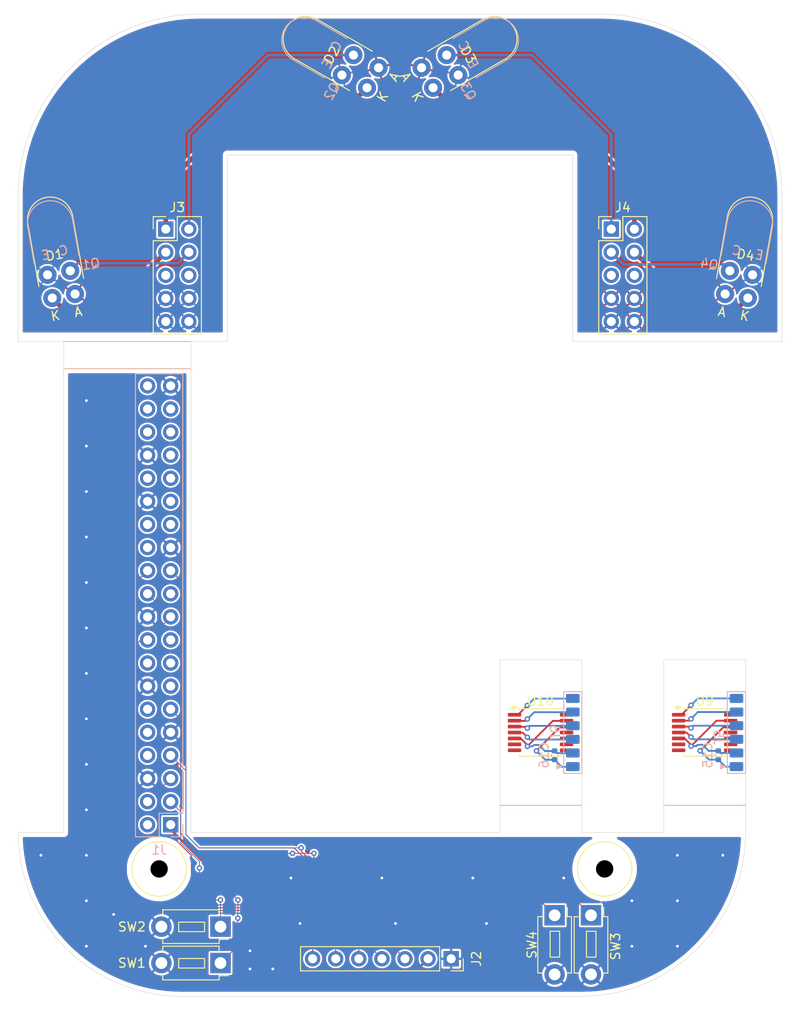
<source format=kicad_pcb>
(kicad_pcb (version 20241229) (generator "pcbnew") (generator_version "9.0")
  (layers (0 "F.Cu" signal) (2 "B.Cu" signal) (13 "F.Paste" user) (15 "B.Paste" user) (5 "F.SilkS" user "F.Silkscreen") (7 "B.SilkS" user "B.Silkscreen") (1 "F.Mask" user) (3 "B.Mask" user) (25 "Edge.Cuts" user))
  (net 0 "")
  (net 1 "/RS_PHTR")
  (net 2 "/SEN_3V3")
  (net 3 "/RF_PHTR")
  (net 4 "/LF_PHTR")
  (net 5 "/LS_PHTR")
  (net 6 "/RS_LED")
  (net 7 "/SEN_5V")
  (net 8 "/RF_LED")
  (net 9 "/LF_LED")
  (net 10 "/LS_LED")
  (net 13 "+3.3V")
  (net 17 "/MOSI")
  (net 23 "GND")
  (net 25 "/RES")
  (net 27 "/SCLK")
  (net 31 "/CS")
  (net 33 "/BTN_DOWN")
  (net 34 "/DC")
  (net 35 "/BTN_RIGHT")
  (net 36 "/BTN_LEFT")
  (net 40 "/BTN_UP")
  (net 46 "Net-(J5-Pin_2)")
  (net 47 "Net-(J5-Pin_3)")
  (net 48 "Net-(J5-Pin_4)")
  (net 51 "Net-(J5-Pin_5)")
  (net 52 "Net-(J5-Pin_6)")
  (net 54 "Net-(J5-Pin_1)")
  (net 59 "Net-(J6-Pin_2)")
  (net 61 "Net-(J6-Pin_5)")
  (net 64 "Net-(J6-Pin_3)")
  (net 67 "Net-(J6-Pin_6)")
  (net 69 "Net-(J6-Pin_4)")
  (net 71 "Net-(J6-Pin_1)")
  (footprint "Connector_PinSocket_2.54mm:PinSocket_1x07_P2.54mm_Vertical" (layer "F.Cu") (at 227.619999 138.878631 -90)
    (property "Reference" "J2" (at 0 -2.77 90) (layer "F.SilkS"))
    (property "Value" "~")
    (pad "1" thru_hole rect (at 0 0 270) (size 1.7 1.7) (drill 1) (layers "*.Cu" "*.Mask") (net 23 "GND"))
    (pad "2" thru_hole circle (at 0 2.54 270) (size 1.7 1.7) (drill 1) (layers "*.Cu" "*.Mask") (net 13 "+3.3V"))
    (pad "3" thru_hole circle (at 0 5.08 270) (size 1.7 1.7) (drill 1) (layers "*.Cu" "*.Mask") (net 27 "/SCLK"))
    (pad "4" thru_hole circle (at 0 7.62 270) (size 1.7 1.7) (drill 1) (layers "*.Cu" "*.Mask") (net 17 "/MOSI"))
    (pad "5" thru_hole circle (at 0 10.16 270) (size 1.7 1.7) (drill 1) (layers "*.Cu" "*.Mask") (net 25 "/RES"))
    (pad "6" thru_hole circle (at 0 12.7 270) (size 1.7 1.7) (drill 1) (layers "*.Cu" "*.Mask") (net 34 "/DC"))
    (pad "7" thru_hole circle (at 0 15.24 270) (size 1.7 1.7) (drill 1) (layers "*.Cu" "*.Mask") (net 31 "/CS"))
  )
  (footprint "Library:M2.6 Mounting Hole" (layer "F.Cu") (at 195.499999 129.000001)
    (property "Reference" "H2" (hide yes))
    (property "Value" "MountingHole" (hide yes))
    (pad "" np_thru_hole circle (at 0 0) (size 1.905 1.905) (drill 2.8) (layers "*.Mask"))
  )
  (footprint "Connector_PinHeader_2.54mm:PinHeader_2x05_P2.54mm_Vertical" (layer "F.Cu") (at 245.23 58.645)
    (property "Reference" "J4" (at 1.27 -2.38 0) (layer "F.SilkS"))
    (property "Value" "2.54mm PinHeader")
    (pad "1" thru_hole rect (at 0 0) (size 1.7 1.7) (drill 1) (layers "*.Cu" "*.Mask") (net 1 "/RS_PHTR"))
    (pad "2" thru_hole circle (at 2.54 0) (size 1.7 1.7) (drill 1) (layers "*.Cu" "*.Mask") (net 6 "/RS_LED"))
    (pad "3" thru_hole circle (at 0 2.54) (size 1.7 1.7) (drill 1) (layers "*.Cu" "*.Mask") (net 3 "/RF_PHTR"))
    (pad "4" thru_hole circle (at 2.54 2.54) (size 1.7 1.7) (drill 1) (layers "*.Cu" "*.Mask") (net 8 "/RF_LED"))
    (pad "5" thru_hole circle (at 0 5.08) (size 1.7 1.7) (drill 1) (layers "*.Cu" "*.Mask"))
    (pad "6" thru_hole circle (at 2.54 5.08) (size 1.7 1.7) (drill 1) (layers "*.Cu" "*.Mask"))
    (pad "7" thru_hole circle (at 0 7.62) (size 1.7 1.7) (drill 1) (layers "*.Cu" "*.Mask") (net 7 "/SEN_5V"))
    (pad "8" thru_hole circle (at 2.54 7.62) (size 1.7 1.7) (drill 1) (layers "*.Cu" "*.Mask") (net 7 "/SEN_5V"))
    (pad "9" thru_hole circle (at 0 10.16) (size 1.7 1.7) (drill 1) (layers "*.Cu" "*.Mask") (net 7 "/SEN_5V"))
    (pad "10" thru_hole circle (at 2.54 10.16) (size 1.7 1.7) (drill 1) (layers "*.Cu" "*.Mask") (net 7 "/SEN_5V"))
  )
  (footprint "MountingHole:MountingHole_2.2mm_M2" (layer "F.Cu") (at 255.5 108 180)
    (property "Reference" "H4" (hide yes))
    (property "Value" "M2 mounting hole")
    (pad "" np_thru_hole circle (at 0 0 180) (size 2.2 2.2) (drill 2.2) (layers "*.Cu" "*.Mask"))
  )
  (footprint "Button_Switch_THT:SW_PUSH_1P1T_6x3.5mm_H4.3_APEM_MJTP1243" (layer "F.Cu") (at 239 134.100001 -90)
    (property "Reference" "SW4" (at 3.25 2.5 90) (layer "F.SilkS"))
    (property "Value" "TVBP06-B043CB-B")
    (pad "1" thru_hole rect (at 0 0) (size 2.25 2.25) (drill 1.3) (layers "*.Cu" "*.Mask") (net 36 "/BTN_LEFT"))
    (pad "2" thru_hole circle (at 6.5 0) (size 2.25 2.25) (drill 1.3) (layers "*.Cu" "*.Mask") (net 23 "GND"))
  )
  (footprint "Package_SO:TSSOP-14_4.4x5mm_P0.65mm" (layer "F.Cu") (at 255.5 114)
    (property "Reference" "U9" (at 0 -3.45 0) (layer "F.SilkS"))
    (property "Value" "AS5047D")
    (pad "1" smd roundrect (at -2.8625 -1.95) (size 1.475 0.4) (layers "F.Cu" "F.Mask" "F.Paste") (net 52 "Net-(J5-Pin_6)"))
    (pad "2" smd roundrect (at -2.8625 -1.3) (size 1.475 0.4) (layers "F.Cu" "F.Mask" "F.Paste") (net 51 "Net-(J5-Pin_5)"))
    (pad "3" smd roundrect (at -2.8625 -0.65) (size 1.475 0.4) (layers "F.Cu" "F.Mask" "F.Paste") (net 48 "Net-(J5-Pin_4)"))
    (pad "4" smd roundrect (at -2.8625 0) (size 1.475 0.4) (layers "F.Cu" "F.Mask" "F.Paste") (net 47 "Net-(J5-Pin_3)"))
    (pad "5" smd roundrect (at -2.8625 0.65) (size 1.475 0.4) (layers "F.Cu" "F.Mask" "F.Paste") (net 46 "Net-(J5-Pin_2)"))
    (pad "6" smd roundrect (at -2.8625 1.3) (size 1.475 0.4) (layers "F.Cu" "F.Mask" "F.Paste"))
    (pad "7" smd roundrect (at -2.8625 1.95) (size 1.475 0.4) (layers "F.Cu" "F.Mask" "F.Paste"))
    (pad "8" smd roundrect (at 2.8625 1.95) (size 1.475 0.4) (layers "F.Cu" "F.Mask" "F.Paste"))
    (pad "9" smd roundrect (at 2.8625 1.3) (size 1.475 0.4) (layers "F.Cu" "F.Mask" "F.Paste"))
    (pad "10" smd roundrect (at 2.8625 0.65) (size 1.475 0.4) (layers "F.Cu" "F.Mask" "F.Paste"))
    (pad "11" smd roundrect (at 2.8625 0) (size 1.475 0.4) (layers "F.Cu" "F.Mask" "F.Paste"))
    (pad "12" smd roundrect (at 2.8625 -0.65) (size 1.475 0.4) (layers "F.Cu" "F.Mask" "F.Paste") (net 54 "Net-(J5-Pin_1)"))
    (pad "13" smd roundrect (at 2.8625 -1.3) (size 1.475 0.4) (layers "F.Cu" "F.Mask" "F.Paste") (net 46 "Net-(J5-Pin_2)"))
    (pad "14" smd roundrect (at 2.8625 -1.95) (size 1.475 0.4) (layers "F.Cu" "F.Mask" "F.Paste"))
  )
  (footprint "Library:SFH4550" (layer "F.Cu") (at 219 42 60)
    (property "Reference" "D2" (at -0.084936 -5.147113 60) (layer "F.SilkS"))
    (property "Value" "SFH4550")
    (fp_text user "A" (at 1.27 2 60) (layer "F.SilkS"))
    (fp_text user "K" (at -1.27 2 60) (layer "F.SilkS"))
    (pad "1" thru_hole circle (at -1.27 0 60) (size 2 2) (drill 1) (layers "*.Cu" "*.Mask") (net 10 "/LS_LED"))
    (pad "2" thru_hole circle (at 1.27 0 60) (size 2 2) (drill 1) (layers "*.Cu" "*.Mask") (net 7 "/SEN_5V"))
  )
  (footprint "MountingHole:MountingHole_2.2mm_M2" (layer "F.Cu") (at 237.5 120 180)
    (property "Reference" "H5" (hide yes))
    (property "Value" "M2 mounting hole")
    (pad "" np_thru_hole circle (at 0 0 180) (size 2.2 2.2) (drill 2.2) (layers "*.Cu" "*.Mask"))
  )
  (footprint "Button_Switch_THT:SW_PUSH_1P1T_6x3.5mm_H4.3_APEM_MJTP1243" (layer "F.Cu") (at 202.25 135.350001 180)
    (property "Reference" "SW2" (at 9.75 -0.025 0) (layer "F.SilkS"))
    (property "Value" "TVBP06-B043CB-B")
    (pad "1" thru_hole rect (at 0 0 270) (size 2.25 2.25) (drill 1.3) (layers "*.Cu" "*.Mask") (net 40 "/BTN_UP"))
    (pad "2" thru_hole circle (at 6.5 0 270) (size 2.25 2.25) (drill 1.3) (layers "*.Cu" "*.Mask") (net 23 "GND"))
  )
  (footprint "Button_Switch_THT:SW_PUSH_1P1T_6x3.5mm_H4.3_APEM_MJTP1243" (layer "F.Cu") (at 202.25 139.350001 180)
    (property "Reference" "SW1" (at 9.75 0 0) (layer "F.SilkS"))
    (property "Value" "TVBP06-B043CB-B")
    (pad "1" thru_hole rect (at 0 0 270) (size 2.25 2.25) (drill 1.3) (layers "*.Cu" "*.Mask") (net 33 "/BTN_DOWN"))
    (pad "2" thru_hole circle (at 6.5 0 270) (size 2.25 2.25) (drill 1.3) (layers "*.Cu" "*.Mask") (net 23 "GND"))
  )
  (footprint "Library:SFH4550" (layer "F.Cu") (at 185 66 10)
    (property "Reference" "D1" (at -0.203391 -4.605283 10) (layer "F.SilkS"))
    (property "Value" "SFH4550")
    (fp_text user "K" (at -1.27 2 10) (layer "F.SilkS"))
    (fp_text user "A" (at 1.27 2 10) (layer "F.SilkS"))
    (pad "1" thru_hole circle (at -1.27 0 10) (size 2 2) (drill 1) (layers "*.Cu" "*.Mask") (net 9 "/LF_LED"))
    (pad "2" thru_hole circle (at 1.27 0 10) (size 2 2) (drill 1) (layers "*.Cu" "*.Mask") (net 7 "/SEN_5V"))
  )
  (footprint "Library:SFH4550_Mirror" (layer "F.Cu") (at 225 42 -60)
    (property "Reference" "D3" (at 0.084936 -5.147113 300) (layer "F.SilkS"))
    (property "Value" "SFH4550")
    (fp_text user "K" (at 1.27 2 300) (layer "F.SilkS"))
    (fp_text user "A" (at -1.27 2 300) (layer "F.SilkS"))
    (pad "1" thru_hole circle (at 1.27 0 300) (size 2 2) (drill 1) (layers "*.Cu" "*.Mask") (net 6 "/RS_LED"))
    (pad "2" thru_hole circle (at -1.27 0 300) (size 2 2) (drill 1) (layers "*.Cu" "*.Mask") (net 7 "/SEN_5V"))
  )
  (footprint "Library:M2.6 Mounting Hole" (layer "F.Cu") (at 244.499999 129.000001)
    (property "Reference" "H1" (hide yes))
    (property "Value" "MountingHole" (hide yes))
    (pad "" np_thru_hole circle (at 0 0) (size 1.905 1.905) (drill 2.8) (layers "*.Mask"))
  )
  (footprint "Connector_PinHeader_2.54mm:PinHeader_2x05_P2.54mm_Vertical" (layer "F.Cu") (at 196.23 58.645)
    (property "Reference" "J3" (at 1.27 -2.38 0) (layer "F.SilkS"))
    (property "Value" "2.54mm PinHeader")
    (pad "1" thru_hole rect (at 0 0) (size 1.7 1.7) (drill 1) (layers "*.Cu" "*.Mask") (net 10 "/LS_LED"))
    (pad "2" thru_hole circle (at 2.54 0) (size 1.7 1.7) (drill 1) (layers "*.Cu" "*.Mask") (net 5 "/LS_PHTR"))
    (pad "3" thru_hole circle (at 0 2.54) (size 1.7 1.7) (drill 1) (layers "*.Cu" "*.Mask") (net 9 "/LF_LED"))
    (pad "4" thru_hole circle (at 2.54 2.54) (size 1.7 1.7) (drill 1) (layers "*.Cu" "*.Mask") (net 4 "/LF_PHTR"))
    (pad "5" thru_hole circle (at 0 5.08) (size 1.7 1.7) (drill 1) (layers "*.Cu" "*.Mask"))
    (pad "6" thru_hole circle (at 2.54 5.08) (size 1.7 1.7) (drill 1) (layers "*.Cu" "*.Mask"))
    (pad "7" thru_hole circle (at 0 7.62) (size 1.7 1.7) (drill 1) (layers "*.Cu" "*.Mask") (net 2 "/SEN_3V3"))
    (pad "8" thru_hole circle (at 2.54 7.62) (size 1.7 1.7) (drill 1) (layers "*.Cu" "*.Mask") (net 2 "/SEN_3V3"))
    (pad "9" thru_hole circle (at 0 10.16) (size 1.7 1.7) (drill 1) (layers "*.Cu" "*.Mask") (net 2 "/SEN_3V3"))
    (pad "10" thru_hole circle (at 2.54 10.16) (size 1.7 1.7) (drill 1) (layers "*.Cu" "*.Mask") (net 2 "/SEN_3V3"))
  )
  (footprint "Package_SO:TSSOP-14_4.4x5mm_P0.65mm" (layer "F.Cu") (at 237.45 114)
    (property "Reference" "U10" (at 0 -3.45 0) (layer "F.SilkS"))
    (property "Value" "AS5047D")
    (pad "1" smd roundrect (at -2.8625 -1.95) (size 1.475 0.4) (layers "F.Cu" "F.Mask" "F.Paste") (net 67 "Net-(J6-Pin_6)"))
    (pad "2" smd roundrect (at -2.8625 -1.3) (size 1.475 0.4) (layers "F.Cu" "F.Mask" "F.Paste") (net 61 "Net-(J6-Pin_5)"))
    (pad "3" smd roundrect (at -2.8625 -0.65) (size 1.475 0.4) (layers "F.Cu" "F.Mask" "F.Paste") (net 69 "Net-(J6-Pin_4)"))
    (pad "4" smd roundrect (at -2.8625 0) (size 1.475 0.4) (layers "F.Cu" "F.Mask" "F.Paste") (net 64 "Net-(J6-Pin_3)"))
    (pad "5" smd roundrect (at -2.8625 0.65) (size 1.475 0.4) (layers "F.Cu" "F.Mask" "F.Paste") (net 59 "Net-(J6-Pin_2)"))
    (pad "6" smd roundrect (at -2.8625 1.3) (size 1.475 0.4) (layers "F.Cu" "F.Mask" "F.Paste"))
    (pad "7" smd roundrect (at -2.8625 1.95) (size 1.475 0.4) (layers "F.Cu" "F.Mask" "F.Paste"))
    (pad "8" smd roundrect (at 2.8625 1.95) (size 1.475 0.4) (layers "F.Cu" "F.Mask" "F.Paste"))
    (pad "9" smd roundrect (at 2.8625 1.3) (size 1.475 0.4) (layers "F.Cu" "F.Mask" "F.Paste"))
    (pad "10" smd roundrect (at 2.8625 0.65) (size 1.475 0.4) (layers "F.Cu" "F.Mask" "F.Paste"))
    (pad "11" smd roundrect (at 2.8625 0) (size 1.475 0.4) (layers "F.Cu" "F.Mask" "F.Paste"))
    (pad "12" smd roundrect (at 2.8625 -0.65) (size 1.475 0.4) (layers "F.Cu" "F.Mask" "F.Paste") (net 71 "Net-(J6-Pin_1)"))
    (pad "13" smd roundrect (at 2.8625 -1.3) (size 1.475 0.4) (layers "F.Cu" "F.Mask" "F.Paste") (net 59 "Net-(J6-Pin_2)"))
    (pad "14" smd roundrect (at 2.8625 -1.95) (size 1.475 0.4) (layers "F.Cu" "F.Mask" "F.Paste"))
  )
  (footprint "MountingHole:MountingHole_2.2mm_M2" (layer "F.Cu") (at 255.5 120 180)
    (property "Reference" "H3" (hide yes))
    (property "Value" "M2 mounting hole")
    (pad "" np_thru_hole circle (at 0 0 180) (size 2.2 2.2) (drill 2.2) (layers "*.Cu" "*.Mask"))
  )
  (footprint "MountingHole:MountingHole_2.2mm_M2" (layer "F.Cu") (at 237.5 108 180)
    (property "Reference" "H6" (hide yes))
    (property "Value" "M2 mounting hole")
    (pad "" np_thru_hole circle (at 0 0 180) (size 2.2 2.2) (drill 2.2) (layers "*.Cu" "*.Mask"))
  )
  (footprint "Library:SFH4550_Mirror" (layer "F.Cu") (at 259 66 -10)
    (property "Reference" "D4" (at 0.203391 -4.605283 350) (layer "F.SilkS"))
    (property "Value" "SFH4550")
    (fp_text user "A" (at -1.27 2 350) (layer "F.SilkS"))
    (fp_text user "K" (at 1.27 2 350) (layer "F.SilkS"))
    (pad "1" thru_hole circle (at 1.27 0 350) (size 2 2) (drill 1) (layers "*.Cu" "*.Mask") (net 8 "/RF_LED"))
    (pad "2" thru_hole circle (at -1.27 0 350) (size 2 2) (drill 1) (layers "*.Cu" "*.Mask") (net 7 "/SEN_5V"))
  )
  (footprint "Button_Switch_THT:SW_PUSH_1P1T_6x3.5mm_H4.3_APEM_MJTP1243" (layer "F.Cu") (at 243 134.100001 -90)
    (property "Reference" "SW3" (at 3.42 -2.7 90) (layer "F.SilkS"))
    (property "Value" "TVBP06-B043CB-B")
    (pad "1" thru_hole rect (at 0 0) (size 2.25 2.25) (drill 1.3) (layers "*.Cu" "*.Mask") (net 35 "/BTN_RIGHT"))
    (pad "2" thru_hole circle (at 6.5 0) (size 2.25 2.25) (drill 1.3) (layers "*.Cu" "*.Mask") (net 23 "GND"))
  )
  (footprint "Capacitor_SMD:C_0402_1005Metric" (layer "B.Cu") (at 257 116.5 -90)
    (property "Reference" "C15" (at 0 1.16 90) (layer "B.SilkS") (effects (justify mirror)))
    (property "Value" "CC0603KRX7R9BB104")
    (pad "1" smd roundrect (at -0.48 0 270) (size 0.56 0.62) (layers "B.Cu" "B.Mask" "B.Paste") (net 46 "Net-(J5-Pin_2)"))
    (pad "2" smd roundrect (at 0.48 0 270) (size 0.56 0.62) (layers "B.Cu" "B.Mask" "B.Paste") (net 54 "Net-(J5-Pin_1)"))
  )
  (footprint "Library:EncoderPad" (layer "B.Cu") (at 241 114 90)
    (property "Reference" "J6" (at 0 -2 270) (layer "B.SilkS") (effects (justify mirror)))
    (property "Value" "EncSide")
    (pad "1" smd roundrect (at -3.75 0 90) (size 1 1.5) (layers "B.Cu" "B.Mask" "B.Paste") (roundrect_rratio 0.15) (net 71 "Net-(J6-Pin_1)"))
    (pad "2" smd roundrect (at -2.25 0 90) (size 1 1.5) (layers "B.Cu" "B.Mask" "B.Paste") (roundrect_rratio 0.15) (net 59 "Net-(J6-Pin_2)"))
    (pad "3" smd roundrect (at -0.75 0 90) (size 1 1.5) (layers "B.Cu" "B.Mask" "B.Paste") (roundrect_rratio 0.15) (net 64 "Net-(J6-Pin_3)"))
    (pad "4" smd roundrect (at 0.75 0 90) (size 1 1.5) (layers "B.Cu" "B.Mask" "B.Paste") (roundrect_rratio 0.15) (net 69 "Net-(J6-Pin_4)"))
    (pad "5" smd roundrect (at 2.25 0 90) (size 1 1.5) (layers "B.Cu" "B.Mask" "B.Paste") (roundrect_rratio 0.15) (net 61 "Net-(J6-Pin_5)"))
    (pad "6" smd roundrect (at 3.75 0 90) (size 1 1.5) (layers "B.Cu" "B.Mask" "B.Paste") (roundrect_rratio 0.15) (net 67 "Net-(J6-Pin_6)"))
  )
  (footprint "Library:ST-1KL3A_Mirror" (layer "B.Cu") (at 259 66.405 170)
    (property "Reference" "Q4" (at 3.632519 3.32473 350) (layer "B.SilkS") (effects (justify mirror)))
    (property "Value" "ST-1KL3A")
    (fp_text user "C" (at 0.938568 5.322886 350) (layer "B.SilkS") (effects (justify mirror)))
    (fp_text user "E" (at -1.610275 5.264602 350) (layer "B.SilkS") (effects (justify mirror)))
    (pad "1" thru_hole circle (at 1.27 3 170) (size 2 2) (drill 1) (layers "*.Cu" "*.Mask") (net 3 "/RF_PHTR"))
    (pad "2" thru_hole circle (at -1.27 3 170) (size 2 2) (drill 1) (layers "*.Cu" "*.Mask") (net 2 "/SEN_3V3"))
  )
  (footprint "Connector_PinSocket_2.54mm:PinSocket_2x20_P2.54mm_Vertical" (layer "B.Cu") (at 196.769999 124.140001)
    (property "Reference" "J1" (at -1.27 2.77 0) (layer "B.SilkS") (effects (justify mirror)))
    (property "Value" "Raspberry_Pi_5")
    (pad "1" thru_hole rect (at 0 0) (size 1.7 1.7) (drill 1) (layers "*.Cu" "*.Mask") (net 13 "+3.3V"))
    (pad "2" thru_hole circle (at -2.54 0) (size 1.7 1.7) (drill 1) (layers "*.Cu" "*.Mask"))
    (pad "3" thru_hole circle (at 0 -2.54) (size 1.7 1.7) (drill 1) (layers "*.Cu" "*.Mask") (net 33 "/BTN_DOWN"))
    (pad "4" thru_hole circle (at -2.54 -2.54) (size 1.7 1.7) (drill 1) (layers "*.Cu" "*.Mask"))
    (pad "5" thru_hole circle (at 0 -5.08) (size 1.7 1.7) (drill 1) (layers "*.Cu" "*.Mask") (net 40 "/BTN_UP"))
    (pad "6" thru_hole circle (at -2.54 -5.08) (size 1.7 1.7) (drill 1) (layers "*.Cu" "*.Mask") (net 23 "GND"))
    (pad "7" thru_hole circle (at 0 -7.62) (size 1.7 1.7) (drill 1) (layers "*.Cu" "*.Mask") (net 36 "/BTN_LEFT"))
    (pad "8" thru_hole circle (at -2.54 -7.62) (size 1.7 1.7) (drill 1) (layers "*.Cu" "*.Mask"))
    (pad "9" thru_hole circle (at 0 -10.16) (size 1.7 1.7) (drill 1) (layers "*.Cu" "*.Mask") (net 23 "GND"))
    (pad "10" thru_hole circle (at -2.54 -10.16) (size 1.7 1.7) (drill 1) (layers "*.Cu" "*.Mask"))
    (pad "11" thru_hole circle (at 0 -12.7) (size 1.7 1.7) (drill 1) (layers "*.Cu" "*.Mask") (net 35 "/BTN_RIGHT"))
    (pad "12" thru_hole circle (at -2.54 -12.7) (size 1.7 1.7) (drill 1) (layers "*.Cu" "*.Mask"))
    (pad "13" thru_hole circle (at 0 -15.24) (size 1.7 1.7) (drill 1) (layers "*.Cu" "*.Mask"))
    (pad "14" thru_hole circle (at -2.54 -15.24) (size 1.7 1.7) (drill 1) (layers "*.Cu" "*.Mask") (net 23 "GND"))
    (pad "15" thru_hole circle (at 0 -17.78) (size 1.7 1.7) (drill 1) (layers "*.Cu" "*.Mask"))
    (pad "16" thru_hole circle (at -2.54 -17.78) (size 1.7 1.7) (drill 1) (layers "*.Cu" "*.Mask"))
    (pad "17" thru_hole circle (at 0 -20.32) (size 1.7 1.7) (drill 1) (layers "*.Cu" "*.Mask"))
    (pad "18" thru_hole circle (at -2.54 -20.32) (size 1.7 1.7) (drill 1) (layers "*.Cu" "*.Mask") (net 34 "/DC"))
    (pad "19" thru_hole circle (at 0 -22.86) (size 1.7 1.7) (drill 1) (layers "*.Cu" "*.Mask") (net 17 "/MOSI"))
    (pad "20" thru_hole circle (at -2.54 -22.86) (size 1.7 1.7) (drill 1) (layers "*.Cu" "*.Mask") (net 23 "GND"))
    (pad "21" thru_hole circle (at 0 -25.4) (size 1.7 1.7) (drill 1) (layers "*.Cu" "*.Mask"))
    (pad "22" thru_hole circle (at -2.54 -25.4) (size 1.7 1.7) (drill 1) (layers "*.Cu" "*.Mask") (net 25 "/RES"))
    (pad "23" thru_hole circle (at 0 -27.94) (size 1.7 1.7) (drill 1) (layers "*.Cu" "*.Mask") (net 27 "/SCLK"))
    (pad "24" thru_hole circle (at -2.54 -27.94) (size 1.7 1.7) (drill 1) (layers "*.Cu" "*.Mask") (net 31 "/CS"))
    (pad "25" thru_hole circle (at 0 -30.48) (size 1.7 1.7) (drill 1) (layers "*.Cu" "*.Mask") (net 23 "GND"))
    (pad "26" thru_hole circle (at -2.54 -30.48) (size 1.7 1.7) (drill 1) (layers "*.Cu" "*.Mask"))
    (pad "27" thru_hole circle (at 0 -33.02) (size 1.7 1.7) (drill 1) (layers "*.Cu" "*.Mask"))
    (pad "28" thru_hole circle (at -2.54 -33.02) (size 1.7 1.7) (drill 1) (layers "*.Cu" "*.Mask"))
    (pad "29" thru_hole circle (at 0 -35.56) (size 1.7 1.7) (drill 1) (layers "*.Cu" "*.Mask"))
    (pad "30" thru_hole circle (at -2.54 -35.56) (size 1.7 1.7) (drill 1) (layers "*.Cu" "*.Mask") (net 23 "GND"))
    (pad "31" thru_hole circle (at 0 -38.1) (size 1.7 1.7) (drill 1) (layers "*.Cu" "*.Mask"))
    (pad "32" thru_hole circle (at -2.54 -38.1) (size 1.7 1.7) (drill 1) (layers "*.Cu" "*.Mask"))
    (pad "33" thru_hole circle (at 0 -40.64) (size 1.7 1.7) (drill 1) (layers "*.Cu" "*.Mask"))
    (pad "34" thru_hole circle (at -2.54 -40.64) (size 1.7 1.7) (drill 1) (layers "*.Cu" "*.Mask") (net 23 "GND"))
    (pad "35" thru_hole circle (at 0 -43.18) (size 1.7 1.7) (drill 1) (layers "*.Cu" "*.Mask"))
    (pad "36" thru_hole circle (at -2.54 -43.18) (size 1.7 1.7) (drill 1) (layers "*.Cu" "*.Mask"))
    (pad "37" thru_hole circle (at 0 -45.72) (size 1.7 1.7) (drill 1) (layers "*.Cu" "*.Mask"))
    (pad "38" thru_hole circle (at -2.54 -45.72) (size 1.7 1.7) (drill 1) (layers "*.Cu" "*.Mask"))
    (pad "39" thru_hole circle (at 0 -48.26) (size 1.7 1.7) (drill 1) (layers "*.Cu" "*.Mask") (net 23 "GND"))
    (pad "40" thru_hole circle (at -2.54 -48.26) (size 1.7 1.7) (drill 1) (layers "*.Cu" "*.Mask"))
  )
  (footprint "Library:ST-1KL3A" (layer "B.Cu") (at 185 66.405 -170)
    (property "Reference" "Q1" (at -3.632519 3.32473 10) (layer "B.SilkS") (effects (justify mirror)))
    (property "Value" "ST-1KL3A")
    (fp_text user "E" (at 1.117871 5.177778 10) (layer "B.SilkS") (effects (justify mirror)))
    (fp_text user "C" (at -0.938568 5.322886 10) (layer "B.SilkS") (effects (justify mirror)))
    (pad "1" thru_hole circle (at -1.27 3 190) (size 2 2) (drill 1) (layers "*.Cu" "*.Mask") (net 4 "/LF_PHTR"))
    (pad "2" thru_hole circle (at 1.27 3 190) (size 2 2) (drill 1) (layers "*.Cu" "*.Mask") (net 2 "/SEN_3V3"))
  )
  (footprint "Library:ST-1KL3A" (layer "B.Cu") (at 218.835608 42.105074 -120)
    (property "Reference" "Q2" (at 3.375845 3.057284 60) (layer "B.SilkS") (effects (justify mirror)))
    (property "Value" "ST-1KL3A")
    (fp_text user "C" (at -1.204282 5.124271 60) (layer "B.SilkS") (effects (justify mirror)))
    (fp_text user "E" (at 1.027769 4.990296 60) (layer "B.SilkS") (effects (justify mirror)))
    (pad "1" thru_hole circle (at -1.27 3 240) (size 2 2) (drill 1) (layers "*.Cu" "*.Mask") (net 5 "/LS_PHTR"))
    (pad "2" thru_hole circle (at 1.27 3 240) (size 2 2) (drill 1) (layers "*.Cu" "*.Mask") (net 2 "/SEN_3V3"))
  )
  (footprint "Library:EncoderPad" (layer "B.Cu") (at 259 114 90)
    (property "Reference" "J5" (at -0.55 -2 270) (layer "B.SilkS") (effects (justify mirror)))
    (property "Value" "EncSide")
    (pad "1" smd roundrect (at -3.75 0 90) (size 1 1.5) (layers "B.Cu" "B.Mask" "B.Paste") (roundrect_rratio 0.15) (net 54 "Net-(J5-Pin_1)"))
    (pad "2" smd roundrect (at -2.25 0 90) (size 1 1.5) (layers "B.Cu" "B.Mask" "B.Paste") (roundrect_rratio 0.15) (net 46 "Net-(J5-Pin_2)"))
    (pad "3" smd roundrect (at -0.75 0 90) (size 1 1.5) (layers "B.Cu" "B.Mask" "B.Paste") (roundrect_rratio 0.15) (net 47 "Net-(J5-Pin_3)"))
    (pad "4" smd roundrect (at 0.75 0 90) (size 1 1.5) (layers "B.Cu" "B.Mask" "B.Paste") (roundrect_rratio 0.15) (net 48 "Net-(J5-Pin_4)"))
    (pad "5" smd roundrect (at 2.25 0 90) (size 1 1.5) (layers "B.Cu" "B.Mask" "B.Paste") (roundrect_rratio 0.15) (net 51 "Net-(J5-Pin_5)"))
    (pad "6" smd roundrect (at 3.75 0 90) (size 1 1.5) (layers "B.Cu" "B.Mask" "B.Paste") (roundrect_rratio 0.15) (net 52 "Net-(J5-Pin_6)"))
  )
  (footprint "Library:ST-1KL3A_Mirror" (layer "B.Cu") (at 225.164392 42.105074 120)
    (property "Reference" "Q3" (at -3.375845 3.057284 300) (layer "B.SilkS") (effects (justify mirror)))
    (property "Value" "ST-1KL3A")
    (fp_text user "E" (at -1.027769 4.990296 300) (layer "B.SilkS") (effects (justify mirror)))
    (fp_text user "C" (at 1.204282 5.124271 300) (layer "B.SilkS") (effects (justify mirror)))
    (pad "1" thru_hole circle (at 1.27 3 120) (size 2 2) (drill 1) (layers "*.Cu" "*.Mask") (net 1 "/RS_PHTR"))
    (pad "2" thru_hole circle (at -1.27 3 120) (size 2 2) (drill 1) (layers "*.Cu" "*.Mask") (net 2 "/SEN_3V3"))
  )
  (footprint "Capacitor_SMD:C_0402_1005Metric" (layer "B.Cu") (at 239 116.5 -90)
    (property "Reference" "C16" (at 0 1.16 90) (layer "B.SilkS") (effects (justify mirror)))
    (property "Value" "CL05B104KO5NNNC")
    (pad "1" smd roundrect (at -0.48 0 270) (size 0.56 0.62) (layers "B.Cu" "B.Mask" "B.Paste") (net 59 "Net-(J6-Pin_2)"))
    (pad "2" smd roundrect (at 0.48 0 270) (size 0.56 0.62) (layers "B.Cu" "B.Mask" "B.Paste") (net 71 "Net-(J6-Pin_1)"))
  )
  (gr_line (start 260 122) (end 251 122) (stroke (width 0.1)) (layer "F.SilkS"))
  (gr_line (start 199 71) (end 185 71) (stroke (width 0.1)) (layer "F.SilkS"))
  (gr_line (start 185 74) (end 199 74) (stroke (width 0.1)) (layer "F.SilkS"))
  (gr_line (start 242 122) (end 233 122) (stroke (width 0.1)) (layer "F.SilkS"))
  (gr_line (start 233 122) (end 242 122) (stroke (width 0.1)) (layer "B.SilkS"))
  (gr_line (start 251 122) (end 260 122) (stroke (width 0.1)) (layer "B.SilkS"))
  (gr_line (start 185 71) (end 199 71) (stroke (width 0.1)) (layer "B.SilkS"))
  (gr_line (start 185 74) (end 199 74) (stroke (width 0.1)) (layer "B.SilkS"))
  (gr_line (start 260 125) (end 260 106) (stroke (width 0.05)) (layer "Edge.Cuts"))
  (gr_arc (start 198 143) (mid 185.272078 137.727922) (end 180 125) (stroke (width 0.05)) (layer "Edge.Cuts"))
  (gr_line (start 241 50.5) (end 203 50.5) (stroke (width 0.05)) (layer "Edge.Cuts"))
  (gr_line (start 199 71) (end 203 71) (stroke (width 0.05)) (layer "Edge.Cuts"))
  (gr_line (start 264 71) (end 264 55) (stroke (width 0.05)) (layer "Edge.Cuts"))
  (gr_line (start 241 71) (end 264 71) (stroke (width 0.05)) (layer "Edge.Cuts"))
  (gr_line (start 233 106) (end 233 125) (stroke (width 0.05)) (layer "Edge.Cuts"))
  (gr_line (start 199 125) (end 233 125) (stroke (width 0.05)) (layer "Edge.Cuts"))
  (gr_line (start 185 125) (end 180 125) (stroke (width 0.05)) (layer "Edge.Cuts"))
  (gr_line (start 200 35) (end 244 35) (stroke (width 0.05)) (layer "Edge.Cuts"))
  (gr_arc (start 180 55) (mid 185.857864 40.857864) (end 200 35) (stroke (width 0.05)) (layer "Edge.Cuts"))
  (gr_line (start 185 71) (end 185 125) (stroke (width 0.05)) (layer "Edge.Cuts"))
  (gr_arc (start 260 125) (mid 254.727922 137.727922) (end 242 143) (stroke (width 0.05)) (layer "Edge.Cuts"))
  (gr_line (start 180 55) (end 180 71) (stroke (width 0.05)) (layer "Edge.Cuts"))
  (gr_arc (start 244 35) (mid 258.142136 40.857864) (end 264 55) (stroke (width 0.05)) (layer "Edge.Cuts"))
  (gr_line (start 242 143) (end 198 143) (stroke (width 0.05)) (layer "Edge.Cuts"))
  (gr_line (start 185 71) (end 180 71) (stroke (width 0.05)) (layer "Edge.Cuts"))
  (gr_line (start 242 106) (end 233 106) (stroke (width 0.05)) (layer "Edge.Cuts"))
  (gr_line (start 251 125) (end 242 125) (stroke (width 0.05)) (layer "Edge.Cuts"))
  (gr_line (start 242 106) (end 242 125) (stroke (width 0.05)) (layer "Edge.Cuts"))
  (gr_line (start 251 106) (end 251 125) (stroke (width 0.05)) (layer "Edge.Cuts"))
  (gr_line (start 199 125) (end 199 71) (stroke (width 0.05)) (layer "Edge.Cuts"))
  (gr_line (start 241 50.5) (end 241 71) (stroke (width 0.05)) (layer "Edge.Cuts"))
  (gr_line (start 260 106) (end 251 106) (stroke (width 0.05)) (layer "Edge.Cuts"))
  (gr_line (start 203 50.5) (end 203 71) (stroke (width 0.05)) (layer "Edge.Cuts"))
  (segment (start 245.23 58.645) (end 245.23 48.23) (width 0.3) (layer "B.Cu") (net 1))
  (segment (start 245.23 48.23) (end 236.505222 39.505222) (width 0.3) (layer "B.Cu") (net 1))
  (segment (start 236.505222 39.505222) (end 227.127468 39.505222) (width 0.3) (layer "B.Cu") (net 1))
  (segment (start 245.23 61.185) (end 246.569 62.524) (width 0.3) (layer "B.Cu") (net 3))
  (segment (start 246.569 62.524) (end 257.564195 62.524) (width 0.3) (layer "B.Cu") (net 3))
  (segment (start 257.564195 62.524) (end 258.270239 63.230044) (width 0.3) (layer "B.Cu") (net 3))
  (segment (start 197.569 62.386) (end 186.573805 62.386) (width 0.3) (layer "B.Cu") (net 4))
  (segment (start 186.573805 62.386) (end 185.729761 63.230044) (width 0.3) (layer "B.Cu") (net 4))
  (segment (start 198.77 61.185) (end 197.569 62.386) (width 0.3) (layer "B.Cu") (net 4))
  (segment (start 198.77 58.645) (end 198.77 48.23) (width 0.3) (layer "B.Cu") (net 5))
  (segment (start 207.494778 39.505222) (end 216.872532 39.505222) (width 0.3) (layer "B.Cu") (net 5))
  (segment (start 198.77 48.23) (end 207.494778 39.505222) (width 0.3) (layer "B.Cu") (net 5))
  (segment (start 226.635 44.099852) (end 225.635 43.099852) (width 0.5) (layer "F.Cu") (net 6))
  (segment (start 247.77 53.77) (end 238.099852 44.099852) (width 0.5) (layer "F.Cu") (net 6))
  (segment (start 247.77 58.645) (end 247.77 53.77) (width 0.5) (layer "F.Cu") (net 6))
  (segment (start 238.099852 44.099852) (end 226.635 44.099852) (width 0.5) (layer "F.Cu") (net 6))
  (segment (start 253.815467 67.230467) (end 259.240772 67.230467) (width 0.5) (layer "F.Cu") (net 8))
  (segment (start 247.77 61.185) (end 253.815467 67.230467) (width 0.5) (layer "F.Cu") (net 8))
  (segment (start 259.240772 67.230467) (end 260.250706 66.220533) (width 0.5) (layer "F.Cu") (net 8))
  (segment (start 184.759228 67.230467) (end 183.749294 66.220533) (width 0.5) (layer "F.Cu") (net 9))
  (segment (start 190.184533 67.230467) (end 184.759228 67.230467) (width 0.5) (layer "F.Cu") (net 9))
  (segment (start 196.23 61.185) (end 190.184533 67.230467) (width 0.5) (layer "F.Cu") (net 9))
  (segment (start 196.23 53.77) (end 206 44) (width 0.5) (layer "F.Cu") (net 10))
  (segment (start 217.464852 44) (end 218.365 43.099852) (width 0.5) (layer "F.Cu") (net 10))
  (segment (start 196.23 58.645) (end 196.23 53.77) (width 0.5) (layer "F.Cu") (net 10))
  (segment (start 206 44) (end 217.464852 44) (width 0.5) (layer "F.Cu") (net 10))
  (segment (start 196.769999 124.140001) (end 196.769999 124.659999) (width 0.25) (layer "F.Cu") (net 13))
  (segment (start 223.903999 140.054631) (end 225.079999 138.878631) (width 0.25) (layer "F.Cu") (net 13))
  (segment (start 221.864883 140.054631) (end 223.903999 140.054631) (width 0.25) (layer "F.Cu") (net 13))
  (segment (start 196.769999 124.659999) (end 200.21 128.1) (width 0.25) (layer "F.Cu") (net 13))
  (segment (start 200.21 128.1) (end 210.884484 128.1) (width 0.25) (layer "F.Cu") (net 13))
  (segment (start 221.175999 138.391515) (end 221.175999 139.365747) (width 0.25) (layer "F.Cu") (net 13))
  (segment (start 210.884484 128.1) (end 221.175999 138.391515) (width 0.25) (layer "F.Cu") (net 13))
  (segment (start 221.175999 139.365747) (end 221.864883 140.054631) (width 0.25) (layer "F.Cu") (net 13))
  (segment (start 194.021356 132.96) (end 191.903 130.841644) (width 0.1) (layer "F.Cu") (net 17))
  (segment (start 195.668999 102.381001) (end 196.769999 101.280001) (width 0.1) (layer "F.Cu") (net 17))
  (segment (start 194.827999 105.222001) (end 195.668999 104.381001) (width 0.1) (layer "F.Cu") (net 17))
  (segment (start 214.081368 132.96) (end 194.021356 132.96) (width 0.1) (layer "F.Cu") (net 17))
  (segment (start 191.903 106.232678) (end 192.913677 105.222001) (width 0.1) (layer "F.Cu") (net 17))
  (segment (start 219.999999 138.878631) (end 214.081368 132.96) (width 0.1) (layer "F.Cu") (net 17))
  (segment (start 192.913677 105.222001) (end 194.827999 105.222001) (width 0.1) (layer "F.Cu") (net 17))
  (segment (start 195.668999 104.381001) (end 195.668999 102.381001) (width 0.1) (layer "F.Cu") (net 17))
  (segment (start 191.903 130.841644) (end 191.903 106.232678) (width 0.1) (layer "F.Cu") (net 17))
  (via (at 187.5 82.5) (size 0.6) (drill 0.3) (layers "F.Cu" "B.Cu") (net 23))
  (via (at 182.5 127.5) (size 0.6) (drill 0.3) (layers "F.Cu" "B.Cu") (net 23))
  (via (at 230 130) (size 0.6) (drill 0.3) (layers "F.Cu" "B.Cu") (net 23))
  (via (at 190.5 134) (size 0.6) (drill 0.3) (layers "F.Cu" "B.Cu") (net 23))
  (via (at 211 135) (size 0.6) (drill 0.3) (layers "F.Cu" "B.Cu") (net 23))
  (via (at 231.5 135) (size 0.6) (drill 0.3) (layers "F.Cu" "B.Cu") (net 23))
  (via (at 252.5 132.5) (size 0.6) (drill 0.3) (layers "F.Cu" "B.Cu") (net 23))
  (via (at 208 140) (size 0.6) (drill 0.3) (layers "F.Cu" "B.Cu") (net 23))
  (via (at 210 130) (size 0.6) (drill 0.3) (layers "F.Cu" "B.Cu") (net 23))
  (via (at 205.5 140) (size 0.6) (drill 0.3) (layers "F.Cu" "B.Cu") (net 23))
  (via (at 187.5 137.5) (size 0.6) (drill 0.3) (layers "F.Cu" "B.Cu") (net 23))
  (via (at 187.5 127.5) (size 0.6) (drill 0.3) (layers "F.Cu" "B.Cu") (net 23))
  (via (at 187.5 92.5) (size 0.6) (drill 0.3) (layers "F.Cu" "B.Cu") (net 23))
  (via (at 187.5 107.5) (size 0.6) (drill 0.3) (layers "F.Cu" "B.Cu") (net 23))
  (via (at 221.5 135) (size 0.6) (drill 0.3) (layers "F.Cu" "B.Cu") (net 23))
  (via (at 247.5 132.5) (size 0.6) (drill 0.3) (layers "F.Cu" "B.Cu") (net 23))
  (via (at 187.5 87.5) (size 0.6) (drill 0.3) (layers "F.Cu" "B.Cu") (net 23))
  (via (at 187.5 117.5) (size 0.6) (drill 0.3) (layers "F.Cu" "B.Cu") (net 23))
  (via (at 252.5 127.5) (size 0.6) (drill 0.3) (layers "F.Cu" "B.Cu") (net 23))
  (via (at 194 137.5) (size 0.6) (drill 0.3) (layers "F.Cu" "B.Cu") (net 23))
  (via (at 187.5 77.5) (size 0.6) (drill 0.3) (layers "F.Cu" "B.Cu") (net 23))
  (via (at 240 130) (size 0.6) (drill 0.3) (layers "F.Cu" "B.Cu") (net 23))
  (via (at 187.5 97.5) (size 0.6) (drill 0.3) (layers "F.Cu" "B.Cu") (net 23))
  (via (at 257.5 127.5) (size 0.6) (drill 0.3) (layers "F.Cu" "B.Cu") (net 23))
  (via (at 252.5 137.5) (size 0.6) (drill 0.3) (layers "F.Cu" "B.Cu") (net 23))
  (via (at 205.5 138) (size 0.6) (drill 0.3) (layers "F.Cu" "B.Cu") (net 23))
  (via (at 220 130) (size 0.6) (drill 0.3) (layers "F.Cu" "B.Cu") (net 23))
  (via (at 247.5 137.5) (size 0.6) (drill 0.3) (layers "F.Cu" "B.Cu") (net 23))
  (via (at 187.5 122.5) (size 0.6) (drill 0.3) (layers "F.Cu" "B.Cu") (net 23))
  (via (at 187.5 102.5) (size 0.6) (drill 0.3) (layers "F.Cu" "B.Cu") (net 23))
  (via (at 187.5 132.5) (size 0.6) (drill 0.3) (layers "F.Cu" "B.Cu") (net 23))
  (via (at 187.5 112.5) (size 0.6) (drill 0.3) (layers "F.Cu" "B.Cu") (net 23))
  (segment (start 217.459999 138.878631) (end 217.459999 136.764309) (width 0.1) (layer "F.Cu") (net 25))
  (segment (start 192.788999 104.921001) (end 194.686049 104.921001) (width 0.1) (layer "F.Cu") (net 25))
  (segment (start 191.602 130.966322) (end 191.602 106.108) (width 0.1) (layer "F.Cu") (net 25))
  (segment (start 195.330999 99.841001) (end 194.229999 98.740001) (width 0.1) (layer "F.Cu") (net 25))
  (segment (start 195.330999 104.276051) (end 195.330999 99.841001) (width 0.1) (layer "F.Cu") (net 25))
  (segment (start 193.903678 133.268) (end 191.602 130.966322) (width 0.1) (layer "F.Cu") (net 25))
  (segment (start 191.602 106.108) (end 192.788999 104.921001) (width 0.1) (layer "F.Cu") (net 25))
  (segment (start 217.459999 136.764309) (end 213.96369 133.268) (width 0.1) (layer "F.Cu") (net 25))
  (segment (start 194.686049 104.921001) (end 195.330999 104.276051) (width 0.1) (layer "F.Cu") (net 25))
  (segment (start 213.96369 133.268) (end 193.903678 133.268) (width 0.1) (layer "F.Cu") (net 25))
  (segment (start 198.449 97.879002) (end 196.769999 96.200001) (width 0.1) (layer "F.Cu") (net 27))
  (segment (start 199.909832 126.689064) (end 198.449 125.228232) (width 0.1) (layer "F.Cu") (net 27))
  (segment (start 198.449 125.228232) (end 198.449 97.879002) (width 0.1) (layer "F.Cu") (net 27))
  (segment (start 210.350432 126.689064) (end 199.909832 126.689064) (width 0.1) (layer "F.Cu") (net 27))
  (segment (start 222.539999 138.878631) (end 210.350432 126.689064) (width 0.1) (layer "F.Cu") (net 27))
  (segment (start 212.379999 138.878631) (end 212.379999 134.579999) (width 0.1) (layer "F.Cu") (net 31))
  (segment (start 193.654322 133.87) (end 191 131.215678) (width 0.1) (layer "F.Cu") (net 31))
  (segment (start 191 99.43) (end 194.229999 96.200001) (width 0.1) (layer "F.Cu") (net 31))
  (segment (start 212.379999 134.579999) (end 211.67 133.87) (width 0.1) (layer "F.Cu") (net 31))
  (segment (start 191 131.215678) (end 191 99.43) (width 0.1) (layer "F.Cu") (net 31))
  (segment (start 211.67 133.87) (end 193.654322 133.87) (width 0.1) (layer "F.Cu") (net 31))
  (segment (start 199.935 128.9) (end 199.935 131.435) (width 0.1) (layer "F.Cu") (net 33))
  (segment (start 204.15 134.42) (end 204.15 137.450001) (width 0.1) (layer "F.Cu") (net 33))
  (segment (start 203.56 131.8) (end 204.17 132.41) (width 0.1) (layer "F.Cu") (net 33))
  (segment (start 200.3 131.8) (end 203.56 131.8) (width 0.1) (layer "F.Cu") (net 33))
  (segment (start 199.935 131.435) (end 200.3 131.8) (width 0.1) (layer "F.Cu") (net 33))
  (segment (start 204.15 137.450001) (end 202.25 139.350001) (width 0.1) (layer "F.Cu") (net 33))
  (via (at 204.17 132.41) (size 0.6) (drill 0.3) (layers "F.Cu" "B.Cu") (net 33))
  (via (at 204.15 134.42) (size 0.6) (drill 0.3) (layers "F.Cu" "B.Cu") (net 33))
  (via (at 199.935 128.9) (size 0.6) (drill 0.3) (layers "F.Cu" "B.Cu") (net 33))
  (segment (start 199.935 128.9) (end 199.935 128.175) (width 0.1) (layer "B.Cu") (net 33))
  (segment (start 204.17 134.4) (end 204.15 134.42) (width 0.1) (layer "B.Cu") (net 33))
  (segment (start 199.935 128.175) (end 197.870999 126.110999) (width 0.1) (layer "B.Cu") (net 33))
  (segment (start 197.870999 126.110999) (end 197.870999 122.701001) (width 0.1) (layer "B.Cu") (net 33))
  (segment (start 197.870999 122.701001) (end 196.769999 121.600001) (width 0.1) (layer "B.Cu") (net 33))
  (segment (start 204.17 132.41) (end 204.17 134.4) (width 0.1) (layer "B.Cu") (net 33))
  (segment (start 213.839012 133.569) (end 193.779 133.569) (width 0.1) (layer "F.Cu") (net 34))
  (segment (start 193.779 133.569) (end 191.301 131.091) (width 0.1) (layer "F.Cu") (net 34))
  (segment (start 214.919999 138.878631) (end 214.919999 134.649987) (width 0.1) (layer "F.Cu") (net 34))
  (segment (start 191.301 105.983322) (end 193.464321 103.820001) (width 0.1) (layer "F.Cu") (net 34))
  (segment (start 193.464321 103.820001) (end 194.229999 103.820001) (width 0.1) (layer "F.Cu") (net 34))
  (segment (start 214.919999 134.649987) (end 213.839012 133.569) (width 0.1) (layer "F.Cu") (net 34))
  (segment (start 191.301 131.091) (end 191.301 105.983322) (width 0.1) (layer "F.Cu") (net 34))
  (segment (start 210.15 127.3) (end 210.166775 127.283225) (width 0.1) (layer "F.Cu") (net 35))
  (segment (start 216.752724 132.24) (end 241.139999 132.24) (width 0.1) (layer "F.Cu") (net 35))
  (segment (start 212.53 127.283225) (end 212.53 128.017276) (width 0.1) (layer "F.Cu") (net 35))
  (segment (start 200.09509 127.3) (end 210.15 127.3) (width 0.1) (layer "F.Cu") (net 35))
  (segment (start 212.53 128.017276) (end 216.752724 132.24) (width 0.1) (layer "F.Cu") (net 35))
  (segment (start 197.870999 125.075909) (end 200.09509 127.3) (width 0.1) (layer "F.Cu") (net 35))
  (segment (start 197.870999 112.541001) (end 197.870999 125.075909) (width 0.1) (layer "F.Cu") (net 35))
  (segment (start 196.769999 111.440001) (end 197.870999 112.541001) (width 0.1) (layer "F.Cu") (net 35))
  (segment (start 241.139999 132.24) (end 243 134.100001) (width 0.1) (layer "F.Cu") (net 35))
  (via (at 210.166775 127.283225) (size 0.6) (drill 0.3) (layers "F.Cu" "B.Cu") (net 35))
  (via (at 212.53 127.283225) (size 0.6) (drill 0.3) (layers "F.Cu" "B.Cu") (net 35))
  (segment (start 212.53 127.283225) (end 210.166775 127.283225) (width 0.1) (layer "B.Cu") (net 35))
  (segment (start 237.440999 132.541) (end 239 134.100001) (width 0.1) (layer "F.Cu") (net 36))
  (segment (start 211.126206 126.687019) (end 211.157818 126.655407) (width 0.1) (layer "F.Cu") (net 36))
  (segment (start 216.628046 132.541) (end 237.440999 132.541) (width 0.1) (layer "F.Cu") (net 36))
  (segment (start 211.157818 127.070772) (end 216.628046 132.541) (width 0.1) (layer "F.Cu") (net 36))
  (segment (start 211.157818 126.655407) (end 211.157818 127.070772) (width 0.1) (layer "F.Cu") (net 36))
  (via (at 211.126206 126.687019) (size 0.6) (drill 0.3) (layers "F.Cu" "B.Cu") (net 36))
  (segment (start 199.900768 126.68) (end 198.84 125.619232) (width 0.1) (layer "B.Cu") (net 36))
  (segment (start 198.771768 125.551) (end 198.449 125.228232) (width 0.1) (layer "B.Cu") (net 36))
  (segment (start 198.771768 125.551768) (end 198.771768 125.551) (width 0.1) (layer "B.Cu") (net 36))
  (segment (start 211.077019 126.687019) (end 211.07 126.68) (width 0.1) (layer "B.Cu") (net 36))
  (segment (start 211.126206 126.687019) (end 211.077019 126.687019) (width 0.1) (layer "B.Cu") (net 36))
  (segment (start 198.449 125.228232) (end 198.449 118.199002) (width 0.1) (layer "B.Cu") (net 36))
  (segment (start 198.449 118.199002) (end 196.769999 116.520001) (width 0.1) (layer "B.Cu") (net 36))
  (segment (start 198.84 125.619232) (end 198.839232 125.619232) (width 0.1) (layer "B.Cu") (net 36))
  (segment (start 198.839232 125.619232) (end 198.771768 125.551768) (width 0.1) (layer "B.Cu") (net 36))
  (segment (start 211.07 126.68) (end 199.900768 126.68) (width 0.1) (layer "B.Cu") (net 36))
  (segment (start 196.970872 125.449001) (end 195.949001 125.449001) (width 0.1) (layer "F.Cu") (net 40))
  (segment (start 195.949001 125.449001) (end 195.5 125) (width 0.1) (layer "F.Cu") (net 40))
  (segment (start 199.81 132.41) (end 199.050999 131.650999) (width 0.1) (layer "F.Cu") (net 40))
  (segment (start 195.5 125) (end 195.5 120.33) (width 0.1) (layer "F.Cu") (net 40))
  (segment (start 195.5 120.33) (end 196.769999 119.060001) (width 0.1) (layer "F.Cu") (net 40))
  (segment (start 199.050999 131.650999) (end 199.050999 127.529128) (width 0.1) (layer "F.Cu") (net 40))
  (segment (start 199.050999 127.529128) (end 196.970872 125.449001) (width 0.1) (layer "F.Cu") (net 40))
  (segment (start 202.25 132.41) (end 199.81 132.41) (width 0.1) (layer "F.Cu") (net 40))
  (via (at 202.25 132.41) (size 0.6) (drill 0.3) (layers "F.Cu" "B.Cu") (net 40))
  (segment (start 202.25 132.41) (end 202.25 135.350001) (width 0.1) (layer "B.Cu") (net 40))
  (segment (start 254 115.35513) (end 253.29487 114.65) (width 0.2) (layer "F.Cu") (net 46))
  (segment (start 254 115.5) (end 254 115.35513) (width 0.2) (layer "F.Cu") (net 46))
  (segment (start 256.8 112.7) (end 254 115.5) (width 0.2) (layer "F.Cu") (net 46))
  (segment (start 258.3625 112.7) (end 256.8 112.7) (width 0.2) (layer "F.Cu") (net 46))
  (segment (start 253.29487 114.65) (end 252.6375 114.65) (width 0.2) (layer "F.Cu") (net 46))
  (via (at 254 115.5) (size 0.6) (drill 0.3) (layers "F.Cu" "B.Cu") (net 46))
  (segment (start 254.580761 115.5) (end 254 115.5) (width 0.2) (layer "B.Cu") (net 46))
  (segment (start 257 116.02) (end 255.939239 116.02) (width 0.2) (layer "B.Cu") (net 46))
  (segment (start 255.269239 115.35) (end 254.730761 115.35) (width 0.2) (layer "B.Cu") (net 46))
  (segment (start 255.939239 116.02) (end 255.269239 115.35) (width 0.2) (layer "B.Cu") (net 46))
  (segment (start 257.23 116.25) (end 257 116.02) (width 0.2) (layer "B.Cu") (net 46))
  (segment (start 254.730761 115.35) (end 254.580761 115.5) (width 0.2) (layer "B.Cu") (net 46))
  (segment (start 259 116.25) (end 257.23 116.25) (width 0.2) (layer "B.Cu") (net 46))
  (segment (start 253.5 114) (end 254 114.5) (width 0.2) (layer "F.Cu") (net 47))
  (segment (start 252.6375 114) (end 253.5 114) (width 0.2) (layer "F.Cu") (net 47))
  (via (at 254 114.5) (size 0.6) (drill 0.3) (layers "F.Cu" "B.Cu") (net 47))
  (segment (start 254 114.5) (end 254.25 114.75) (width 0.2) (layer "B.Cu") (net 47))
  (segment (start 254.25 114.75) (end 259 114.75) (width 0.2) (layer "B.Cu") (net 47))
  (segment (start 252.6375 113.35) (end 253.85 113.35) (width 0.2) (layer "F.Cu") (net 48))
  (segment (start 253.85 113.35) (end 254 113.5) (width 0.2) (layer "F.Cu") (net 48))
  (via (at 254 113.5) (size 0.6) (drill 0.3) (layers "F.Cu" "B.Cu") (net 48))
  (segment (start 254.25 113.25) (end 259 113.25) (width 0.2) (layer "B.Cu") (net 48))
  (segment (start 254 113.5) (end 254.25 113.25) (width 0.2) (layer "B.Cu") (net 48))
  (segment (start 252.6375 112.7) (end 253.8 112.7) (width 0.2) (layer "F.Cu") (net 51))
  (segment (start 253.8 112.7) (end 254 112.5) (width 0.2) (layer "F.Cu") (net 51))
  (via (at 254 112.5) (size 0.6) (drill 0.3) (layers "F.Cu" "B.Cu") (net 51))
  (segment (start 254.75 111.75) (end 259 111.75) (width 0.2) (layer "B.Cu") (net 51))
  (segment (start 254 112.5) (end 254.75 111.75) (width 0.2) (layer "B.Cu") (net 51))
  (segment (start 252.6375 112.05) (end 252.95 112.05) (width 0.2) (layer "F.Cu") (net 52))
  (segment (start 252.95 112.05) (end 254 111) (width 0.2) (layer "F.Cu") (net 52))
  (via (at 254 111) (size 0.6) (drill 0.3) (layers "F.Cu" "B.Cu") (net 52))
  (segment (start 254 111) (end 254.75 110.25) (width 0.2) (layer "B.Cu") (net 52))
  (segment (start 254.75 110.25) (end 259 110.25) (width 0.2) (layer "B.Cu") (net 52))
  (segment (start 255 115.975001) (end 255 116) (width 0.2) (layer "F.Cu") (net 54))
  (segment (start 258.3625 113.35) (end 257.625001 113.35) (width 0.2) (layer "F.Cu") (net 54))
  (segment (start 257.625001 113.35) (end 255 115.975001) (width 0.2) (layer "F.Cu") (net 54))
  (via (at 255 116) (size 0.6) (drill 0.3) (layers "F.Cu" "B.Cu") (net 54))
  (segment (start 255.98 116.98) (end 255 116) (width 0.2) (layer "B.Cu") (net 54))
  (segment (start 257 116.98) (end 255.98 116.98) (width 0.2) (layer "B.Cu") (net 54))
  (segment (start 259 117.75) (end 257.77 117.75) (width 0.2) (layer "B.Cu") (net 54))
  (segment (start 257.77 117.75) (end 257 116.98) (width 0.2) (layer "B.Cu") (net 54))
  (segment (start 236 115.52) (end 236 115.37513) (width 0.2) (layer "F.Cu") (net 59))
  (segment (start 240.3625 112.72) (end 238.8 112.72) (width 0.2) (layer "F.Cu") (net 59))
  (segment (start 238.8 112.72) (end 236 115.52) (width 0.2) (layer "F.Cu") (net 59))
  (segment (start 236 115.37513) (end 235.29487 114.67) (width 0.2) (layer "F.Cu") (net 59))
  (segment (start 235.29487 114.67) (end 234.6375 114.67) (width 0.2) (layer "F.Cu") (net 59))
  (via (at 236 115.52) (size 0.6) (drill 0.3) (layers "F.Cu" "B.Cu") (net 59))
  (segment (start 237.269239 115.37) (end 236.730761 115.37) (width 0.2) (layer "B.Cu") (net 59))
  (segment (start 239.23 116.27) (end 239 116.04) (width 0.2) (layer "B.Cu") (net 59))
  (segment (start 236.730761 115.37) (end 236.580761 115.52) (width 0.2) (layer "B.Cu") (net 59))
  (segment (start 237.939239 116.04) (end 237.269239 115.37) (width 0.2) (layer "B.Cu") (net 59))
  (segment (start 236.580761 115.52) (end 236 115.52) (width 0.2) (layer "B.Cu") (net 59))
  (segment (start 241 116.27) (end 239.23 116.27) (width 0.2) (layer "B.Cu") (net 59))
  (segment (start 239 116.04) (end 237.939239 116.04) (width 0.2) (layer "B.Cu") (net 59))
  (segment (start 234.6375 112.72) (end 235.8 112.72) (width 0.2) (layer "F.Cu") (net 61))
  (segment (start 235.8 112.72) (end 236 112.52) (width 0.2) (layer "F.Cu") (net 61))
  (via (at 236 112.52) (size 0.6) (drill 0.3) (layers "F.Cu" "B.Cu") (net 61))
  (segment (start 236 112.52) (end 236.75 111.77) (width 0.2) (layer "B.Cu") (net 61))
  (segment (start 236.75 111.77) (end 241 111.77) (width 0.2) (layer "B.Cu") (net 61))
  (segment (start 234.6375 114.02) (end 235.5 114.02) (width 0.2) (layer "F.Cu") (net 64))
  (segment (start 235.5 114.02) (end 236 114.52) (width 0.2) (layer "F.Cu") (net 64))
  (via (at 236 114.52) (size 0.6) (drill 0.3) (layers "F.Cu" "B.Cu") (net 64))
  (segment (start 236.25 114.77) (end 241 114.77) (width 0.2) (layer "B.Cu") (net 64))
  (segment (start 236 114.52) (end 236.25 114.77) (width 0.2) (layer "B.Cu") (net 64))
  (segment (start 234.6375 112.07) (end 234.95 112.07) (width 0.2) (layer "F.Cu") (net 67))
  (segment (start 234.95 112.07) (end 236 111.02) (width 0.2) (layer "F.Cu") (net 67))
  (via (at 236 111.02) (size 0.6) (drill 0.3) (layers "F.Cu" "B.Cu") (net 67))
  (segment (start 236 111.02) (end 236.75 110.27) (width 0.2) (layer "B.Cu") (net 67))
  (segment (start 236.75 110.27) (end 241 110.27) (width 0.2) (layer "B.Cu") (net 67))
  (segment (start 235.85 113.37) (end 236 113.52) (width 0.2) (layer "F.Cu") (net 69))
  (segment (start 234.6375 113.37) (end 235.85 113.37) (width 0.2) (layer "F.Cu") (net 69))
  (via (at 236 113.52) (size 0.6) (drill 0.3) (layers "F.Cu" "B.Cu") (net 69))
  (segment (start 236.25 113.27) (end 241 113.27) (width 0.2) (layer "B.Cu") (net 69))
  (segment (start 236 113.52) (end 236.25 113.27) (width 0.2) (layer "B.Cu") (net 69))
  (segment (start 237 115.995001) (end 237 116.02) (width 0.2) (layer "F.Cu") (net 71))
  (segment (start 240.3625 113.37) (end 239.625001 113.37) (width 0.2) (layer "F.Cu") (net 71))
  (segment (start 239.625001 113.37) (end 237 115.995001) (width 0.2) (layer "F.Cu") (net 71))
  (via (at 237 116.02) (size 0.6) (drill 0.3) (layers "F.Cu" "B.Cu") (net 71))
  (segment (start 237.98 117) (end 237 116.02) (width 0.2) (layer "B.Cu") (net 71))
  (segment (start 239 117) (end 237.98 117) (width 0.2) (layer "B.Cu") (net 71))
  (segment (start 239.77 117.77) (end 239 117) (width 0.2) (layer "B.Cu") (net 71))
  (segment (start 241 117.77) (end 239.77 117.77) (width 0.2) (layer "B.Cu") (net 71))
  (zone (net 7) (net_name "/SEN_5V") (layer "F.Cu") (priority 2) (connect_pads (clearance 0.2)) (min_thickness 0.2) (fill yes (thermal_gap 0.2) (thermal_bridge_width 0.2))
    (polygon (pts (xy 179 70) (xy 265 70) (xy 265 34) (xy 179 34)))
  )
  (zone (net 23) (net_name "GND") (layers "F.Cu" "B.Cu") (connect_pads (clearance 0.2)) (min_thickness 0.25) (fill yes (thermal_gap 0.25) (thermal_bridge_width 0.25))
    (polygon (pts (xy 200 125.5) (xy 200 74.5) (xy 179 74.5) (xy 179 144) (xy 261 144) (xy 261.5 143.5) (xy 261.5 125.5)))
  )
  (zone (net 2) (net_name "/SEN_3V3") (layer "B.Cu") (priority 1) (connect_pads (clearance 0.2)) (min_thickness 0.2) (fill yes (thermal_gap 0.2) (thermal_bridge_width 0.2))
    (polygon (pts (xy 178 70) (xy 266 70) (xy 266 35) (xy 178 35)))
  )
)
</source>
